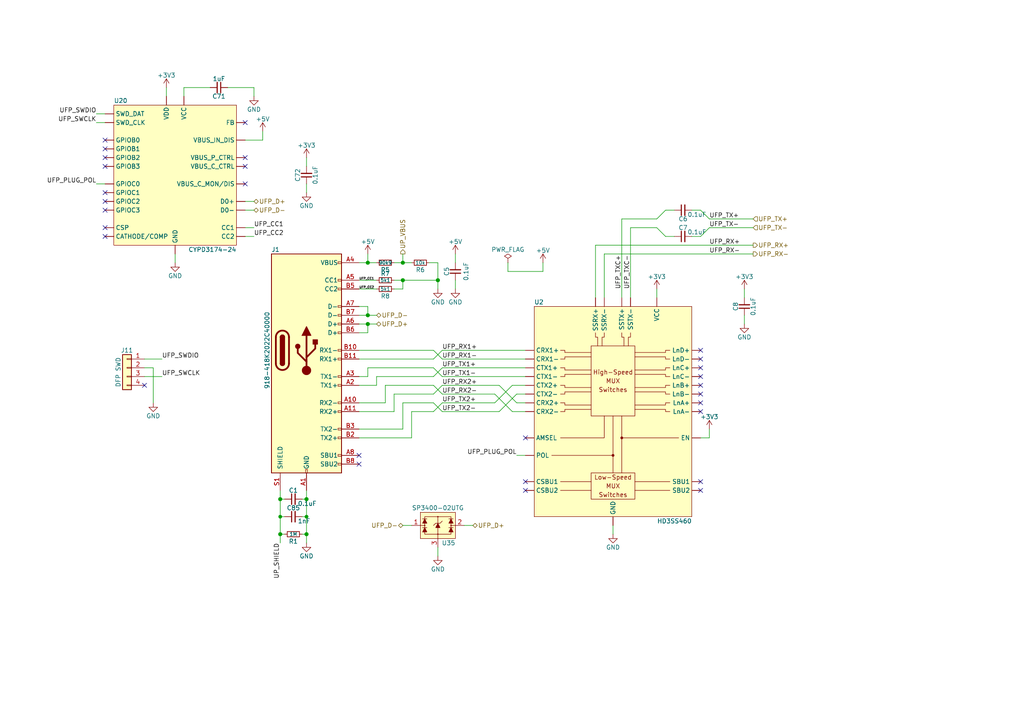
<source format=kicad_sch>
(kicad_sch (version 20211123) (generator eeschema)
  (paper "A4")
  (lib_symbols
    (symbol "Connector:USB_C_Receptacle" (pin_names (offset 1.016))
      (property "Reference" "J" (at -10.16 29.21 0))
      (property "Value" "USB_C_Receptacle" (at 10.16 29.21 0))
      (symbol "USB_C_Receptacle_0_0"
        (rectangle (start -0.254 -35.56) (end 0.254 -34.544))
        (rectangle (start 10.16 -32.766) (end 9.144 -33.274))
        (rectangle (start 10.16 -30.226) (end 9.144 -30.734))
        (rectangle (start 10.16 -25.146) (end 9.144 -25.654))
        (rectangle (start 10.16 -22.606) (end 9.144 -23.114))
        (rectangle (start 10.16 -17.526) (end 9.144 -18.034))
        (rectangle (start 10.16 -14.986) (end 9.144 -15.494))
        (rectangle (start 10.16 -9.906) (end 9.144 -10.414))
        (rectangle (start 10.16 -7.366) (end 9.144 -7.874))
        (rectangle (start 10.16 -2.286) (end 9.144 -2.794))
        (rectangle (start 10.16 0.254) (end 9.144 -0.254))
        (rectangle (start 10.16 5.334) (end 9.144 4.826))
        (rectangle (start 10.16 7.874) (end 9.144 7.366))
        (rectangle (start 10.16 10.414) (end 9.144 9.906))
        (rectangle (start 10.16 12.954) (end 9.144 12.446))
        (rectangle (start 10.16 18.034) (end 9.144 17.526))
        (rectangle (start 10.16 20.574) (end 9.144 20.066))
        (rectangle (start 10.16 25.654) (end 9.144 25.146))
      )
      (symbol "USB_C_Receptacle_0_1"
        (rectangle (start -10.16 27.94) (end 10.16 -35.56) (stroke (width 0.254)) (fill (type background)))
        (arc (start -8.89 -3.81) (mid -6.985 -5.715) (end -5.08 -3.81) (stroke (width 0.508)))
        (arc (start -7.62 -3.81) (mid -6.985 -4.445) (end -6.35 -3.81) (stroke (width 0.254)))
        (arc (start -7.62 -3.81) (mid -6.985 -4.445) (end -6.35 -3.81) (stroke (width 0.254)) (fill (type outline)))
        (rectangle (start -7.62 -3.81) (end -6.35 3.81) (stroke (width 0.254)) (fill (type outline)))
        (arc (start -6.35 3.81) (mid -6.985 4.445) (end -7.62 3.81) (stroke (width 0.254)))
        (arc (start -6.35 3.81) (mid -6.985 4.445) (end -7.62 3.81) (stroke (width 0.254)) (fill (type outline)))
        (arc (start -5.08 3.81) (mid -6.985 5.715) (end -8.89 3.81) (stroke (width 0.508)))
        (polyline (pts (xy -8.89 -3.81) (xy -8.89 3.81)) (stroke (width 0.508)))
        (polyline (pts (xy -5.08 3.81) (xy -5.08 -3.81)) (stroke (width 0.508)))
      )
      (symbol "USB_C_Receptacle_1_1"
        (circle (center -2.54 1.143) (radius 0.635) (stroke (width 0.254)) (fill (type outline)))
        (circle (center 0 -5.842) (radius 1.27) (fill (type outline)))
        (polyline (pts (xy 0 -5.842) (xy 0 4.318)) (stroke (width 0.508)))
        (polyline (pts (xy 0 -3.302) (xy -2.54 -0.762) (xy -2.54 0.508)) (stroke (width 0.508)))
        (polyline (pts (xy 0 -2.032) (xy 2.54 0.508) (xy 2.54 1.778)) (stroke (width 0.508)))
        (polyline (pts (xy -1.27 4.318) (xy 0 6.858) (xy 1.27 4.318) (xy -1.27 4.318)) (stroke (width 0.254)) (fill (type outline)))
        (rectangle (start 1.905 1.778) (end 3.175 3.048) (stroke (width 0.254)) (fill (type outline)))
        (pin passive line (at 0 -40.64 90) (length 5.08) (name "GND") (number "A1"))
        (pin bidirectional line (at 15.24 -15.24 180) (length 5.08) (name "RX2-") (number "A10"))
        (pin bidirectional line (at 15.24 -17.78 180) (length 5.08) (name "RX2+") (number "A11"))
        (pin passive line (at 0 -40.64 90) (length 5.08) hide (name "GND") (number "A12"))
        (pin bidirectional line (at 15.24 -10.16 180) (length 5.08) (name "TX1+") (number "A2"))
        (pin bidirectional line (at 15.24 -7.62 180) (length 5.08) (name "TX1-") (number "A3"))
        (pin passive line (at 15.24 25.4 180) (length 5.08) (name "VBUS") (number "A4"))
        (pin bidirectional line (at 15.24 20.32 180) (length 5.08) (name "CC1") (number "A5"))
        (pin bidirectional line (at 15.24 7.62 180) (length 5.08) (name "D+") (number "A6"))
        (pin bidirectional line (at 15.24 12.7 180) (length 5.08) (name "D-") (number "A7"))
        (pin bidirectional line (at 15.24 -30.48 180) (length 5.08) (name "SBU1") (number "A8"))
        (pin passive line (at 15.24 25.4 180) (length 5.08) hide (name "VBUS") (number "A9"))
        (pin passive line (at 0 -40.64 90) (length 5.08) hide (name "GND") (number "B1"))
        (pin bidirectional line (at 15.24 0 180) (length 5.08) (name "RX1-") (number "B10"))
        (pin bidirectional line (at 15.24 -2.54 180) (length 5.08) (name "RX1+") (number "B11"))
        (pin passive line (at 0 -40.64 90) (length 5.08) hide (name "GND") (number "B12"))
        (pin bidirectional line (at 15.24 -25.4 180) (length 5.08) (name "TX2+") (number "B2"))
        (pin bidirectional line (at 15.24 -22.86 180) (length 5.08) (name "TX2-") (number "B3"))
        (pin passive line (at 15.24 25.4 180) (length 5.08) hide (name "VBUS") (number "B4"))
        (pin bidirectional line (at 15.24 17.78 180) (length 5.08) (name "CC2") (number "B5"))
        (pin bidirectional line (at 15.24 5.08 180) (length 5.08) (name "D+") (number "B6"))
        (pin bidirectional line (at 15.24 10.16 180) (length 5.08) (name "D-") (number "B7"))
        (pin bidirectional line (at 15.24 -33.02 180) (length 5.08) (name "SBU2") (number "B8"))
        (pin passive line (at 15.24 25.4 180) (length 5.08) hide (name "VBUS") (number "B9"))
        (pin passive line (at -7.62 -40.64 90) (length 5.08) (name "SHIELD") (number "S1"))
      )
    )
    (symbol "Connector_Generic:Conn_01x04" (pin_names (offset 1.016) hide)
      (property "Reference" "J" (at 0 5.08 0))
      (property "Value" "Conn_01x04" (at 0 -7.62 0))
      (symbol "Conn_01x04_1_1"
        (rectangle (start -1.27 -4.953) (end 0 -5.207) (stroke (width 0.1524)))
        (rectangle (start -1.27 -2.413) (end 0 -2.667) (stroke (width 0.1524)))
        (rectangle (start -1.27 0.127) (end 0 -0.127) (stroke (width 0.1524)))
        (rectangle (start -1.27 2.667) (end 0 2.413) (stroke (width 0.1524)))
        (rectangle (start -1.27 3.81) (end 1.27 -6.35) (stroke (width 0.254)) (fill (type background)))
        (pin passive line (at -5.08 2.54 0) (length 3.81) (name "Pin_1") (number "1"))
        (pin passive line (at -5.08 0 0) (length 3.81) (name "Pin_2") (number "2"))
        (pin passive line (at -5.08 -2.54 0) (length 3.81) (name "Pin_3") (number "3"))
        (pin passive line (at -5.08 -5.08 0) (length 3.81) (name "Pin_4") (number "4"))
      )
    )
    (symbol "DX-MON:CYPD3174-24" (pin_numbers hide)
      (property "Reference" "U" (at -17.78 21.59 0))
      (property "Value" "CYPD3174-24" (at 17.78 -21.59 0))
      (symbol "CYPD3174-24_0_1"
        (rectangle (start -17.78 20.32) (end 17.78 -20.32) (stroke (width 0.1524)) (fill (type background)))
      )
      (symbol "CYPD3174-24_1_1"
        (pin bidirectional line (at -20.32 10.16 0) (length 2.54) (name "GPIOB0") (number "1"))
        (pin bidirectional line (at -20.32 -5.08 0) (length 2.54) (name "GPIOC1") (number "10"))
        (pin input line (at 20.32 -2.54 180) (length 2.54) (name "VBUS_C_MON/DIS") (number "11"))
        (pin bidirectional line (at -20.32 -7.62 0) (length 2.54) (name "GPIOC2") (number "12"))
        (pin bidirectional line (at -20.32 -10.16 0) (length 2.54) (name "GPIOC3") (number "13"))
        (pin bidirectional line (at 20.32 -17.78 180) (length 2.54) (name "CC2") (number "14"))
        (pin bidirectional line (at 20.32 -15.24 180) (length 2.54) (name "CC1") (number "15"))
        (pin power_in line (at 0 -22.86 90) (length 2.54) (name "GND") (number "15"))
        (pin bidirectional line (at 20.32 -10.16 180) (length 2.54) (name "GPIOD1") (number "16") (alternate "D0-" bidirectional line))
        (pin bidirectional line (at 20.32 -7.62 180) (length 2.54) (name "GPIOD0") (number "17") (alternate "D0+" bidirectional line))
        (pin input line (at 20.32 10.16 180) (length 2.54) (name "VBUS_IN_DIS") (number "18"))
        (pin input line (at -20.32 -15.24 0) (length 2.54) (name "CSP") (number "19"))
        (pin bidirectional line (at -20.32 7.62 0) (length 2.54) (name "GPIOB1") (number "2"))
        (pin output line (at 20.32 15.24 180) (length 2.54) (name "FB") (number "20"))
        (pin input line (at -20.32 -17.78 0) (length 2.54) (name "CATHODE/COMP") (number "21"))
        (pin power_in line (at 0 -22.86 90) (length 2.54) hide (name "GND") (number "22"))
        (pin power_in line (at -2.54 22.86 270) (length 2.54) (name "VDD") (number "23"))
        (pin power_out line (at 2.54 22.86 270) (length 2.54) (name "VCC") (number "24"))
        (pin passive line (at 0 -22.86 90) (length 2.54) hide (name "GND") (number "25"))
        (pin output line (at 20.32 5.08 180) (length 2.54) (name "VBUS_P_CTRL") (number "3"))
        (pin open_collector line (at 20.32 2.54 180) (length 2.54) (name "VBUS_C_CTRL") (number "4"))
        (pin bidirectional line (at -20.32 5.08 0) (length 2.54) (name "GPIOB2") (number "5"))
        (pin bidirectional line (at -20.32 2.54 0) (length 2.54) (name "GPIOB3") (number "6"))
        (pin bidirectional line (at -20.32 17.78 0) (length 2.54) (name "GPIOA0") (number "7") (alternate "SWD_DAT" bidirectional line))
        (pin bidirectional line (at -20.32 15.24 0) (length 2.54) (name "GPIOA1") (number "8") (alternate "SWD_CLK" input line))
        (pin bidirectional line (at -20.32 -2.54 0) (length 2.54) (name "GPIOC0") (number "9"))
      )
    )
    (symbol "DX-MON:HD3SS460" (pin_numbers hide)
      (property "Reference" "U" (at -22.86 31.75 0))
      (property "Value" "HD3SS460" (at 22.86 -31.75 0))
      (symbol "HD3SS460_0_0"
        (rectangle (start -22.86 30.48) (end 22.86 -30.48) (stroke (width 0.1524)) (fill (type background)))
        (rectangle (start -6.35 -17.78) (end 6.35 -25.4) (stroke (width 0.1524)))
        (rectangle (start -6.35 19.05) (end 6.35 -1.27) (stroke (width 0.1524)))
        (circle (center 0 -12.7) (radius 0.0001) (stroke (width 0.4)))
        (polyline (pts (xy -15.24 -22.86) (xy -6.35 -22.86)) (stroke (width 0.1524)))
        (polyline (pts (xy -15.24 -20.32) (xy -6.35 -20.32)) (stroke (width 0.1524)))
        (polyline (pts (xy 0 -12.7) (xy 0 -17.78)) (stroke (width 0.1524)))
        (polyline (pts (xy 2.54 -7.62) (xy 2.54 -17.78)) (stroke (width 0.1524)))
        (polyline (pts (xy 6.35 -20.32) (xy 16.51 -20.32)) (stroke (width 0.1524)))
        (polyline (pts (xy 16.51 -22.86) (xy 6.35 -22.86)) (stroke (width 0.1524)))
        (polyline (pts (xy -15.24 -7.62) (xy -2.54 -7.62) (xy -2.54 -1.27)) (stroke (width 0.1524)))
        (polyline (pts (xy 0 -1.27) (xy 0 -12.7) (xy -17.78 -12.7)) (stroke (width 0.1524)))
        (polyline (pts (xy 2.54 -1.27) (xy 2.54 -7.62) (xy 19.05 -7.62)) (stroke (width 0.1524)))
        (polyline (pts (xy -15.24 0) (xy -13.97 0) (xy -13.97 0.635) (xy -6.35 0.635)) (stroke (width 0.1524)))
        (polyline (pts (xy -15.24 2.54) (xy -13.97 2.54) (xy -13.97 1.905) (xy -6.35 1.905)) (stroke (width 0.1524)))
        (polyline (pts (xy -15.24 5.08) (xy -13.97 5.08) (xy -13.97 5.715) (xy -6.35 5.715)) (stroke (width 0.1524)))
        (polyline (pts (xy -15.24 7.62) (xy -13.97 7.62) (xy -13.97 6.985) (xy -6.35 6.985)) (stroke (width 0.1524)))
        (polyline (pts (xy -15.24 10.16) (xy -13.97 10.16) (xy -13.97 10.795) (xy -6.35 10.795)) (stroke (width 0.1524)))
        (polyline (pts (xy -15.24 12.7) (xy -13.97 12.7) (xy -13.97 12.065) (xy -6.35 12.065)) (stroke (width 0.1524)))
        (polyline (pts (xy -15.24 15.24) (xy -13.97 15.24) (xy -13.97 15.875) (xy -6.35 15.875)) (stroke (width 0.1524)))
        (polyline (pts (xy -15.24 17.78) (xy -13.97 17.78) (xy -13.97 17.145) (xy -6.35 17.145)) (stroke (width 0.1524)))
        (polyline (pts (xy -5.08 22.86) (xy -5.08 21.59) (xy -4.445 21.59) (xy -4.445 19.05)) (stroke (width 0.1524)))
        (polyline (pts (xy -2.54 22.86) (xy -2.54 21.59) (xy -3.175 21.59) (xy -3.175 19.05)) (stroke (width 0.1524)))
        (polyline (pts (xy 2.54 22.86) (xy 2.54 21.59) (xy 3.175 21.59) (xy 3.175 19.05)) (stroke (width 0.1524)))
        (polyline (pts (xy 5.08 22.86) (xy 5.08 21.59) (xy 4.445 21.59) (xy 4.445 19.05)) (stroke (width 0.1524)))
        (polyline (pts (xy 16.51 0) (xy 15.24 0) (xy 15.24 0.635) (xy 6.35 0.635)) (stroke (width 0.1524)))
        (polyline (pts (xy 16.51 2.54) (xy 15.24 2.54) (xy 15.24 1.905) (xy 6.35 1.905)) (stroke (width 0.1524)))
        (polyline (pts (xy 16.51 5.08) (xy 15.24 5.08) (xy 15.24 5.715) (xy 6.35 5.715)) (stroke (width 0.1524)))
        (polyline (pts (xy 16.51 7.62) (xy 15.24 7.62) (xy 15.24 6.985) (xy 6.35 6.985)) (stroke (width 0.1524)))
        (polyline (pts (xy 16.51 10.16) (xy 15.24 10.16) (xy 15.24 10.795) (xy 6.35 10.795)) (stroke (width 0.1524)))
        (polyline (pts (xy 16.51 12.7) (xy 15.24 12.7) (xy 15.24 12.065) (xy 6.35 12.065)) (stroke (width 0.1524)))
        (polyline (pts (xy 16.51 15.24) (xy 15.24 15.24) (xy 15.24 15.875) (xy 6.35 15.875)) (stroke (width 0.1524)))
        (polyline (pts (xy 16.51 17.78) (xy 15.24 17.78) (xy 15.24 17.145) (xy 6.35 17.145)) (stroke (width 0.1524)))
        (circle (center 2.54 -7.62) (radius 0.0001) (stroke (width 0.4)))
        (text "High-Speed" (at 0 11.43 0) (effects (font (size 1.27 1.27))))
        (text "Low-Speed" (at 0 -19.05 0) (effects (font (size 1.27 1.27))))
        (text "MUX" (at 0 -21.59 0) (effects (font (size 1.27 1.27))))
        (text "MUX" (at 0 8.89 0) (effects (font (size 1.27 1.27))))
        (text "Switches" (at 0 -24.13 0) (effects (font (size 1.27 1.27))))
        (text "Switches" (at 0 6.35 0) (effects (font (size 1.27 1.27))))
      )
      (symbol "HD3SS460_1_1"
        (pin input line (at -25.4 17.78 0) (length 2.54) (name "CRX1+") (number "1"))
        (pin output line (at -25.4 0 0) (length 2.54) (name "CRX2-") (number "10"))
        (pin bidirectional line (at -25.4 -20.32 0) (length 2.54) (name "CSBU1") (number "11"))
        (pin bidirectional line (at -25.4 -22.86 0) (length 2.54) (name "CSBU2") (number "12"))
        (pin bidirectional line (at 25.4 -20.32 180) (length 2.54) (name "SBU1") (number "13"))
        (pin bidirectional line (at 25.4 -22.86 180) (length 2.54) (name "SBU2") (number "14"))
        (pin passive line (at 25.4 0 180) (length 2.54) (name "LnA-") (number "15"))
        (pin passive line (at 25.4 2.54 180) (length 2.54) (name "LnA+") (number "16"))
        (pin input line (at 25.4 -7.62 180) (length 2.54) (name "EN") (number "17"))
        (pin passive line (at 25.4 5.08 180) (length 2.54) (name "LnB-") (number "18"))
        (pin passive line (at 25.4 7.62 180) (length 2.54) (name "LnB+") (number "19"))
        (pin input line (at -25.4 15.24 0) (length 2.54) (name "CRX1-") (number "2"))
        (pin passive line (at 25.4 10.16 180) (length 2.54) (name "LnC-") (number "20"))
        (pin passive line (at 25.4 12.7 180) (length 2.54) (name "LnC+") (number "21"))
        (pin power_in line (at 12.7 33.02 270) (length 2.54) (name "VCC") (number "22"))
        (pin passive line (at 25.4 15.24 180) (length 2.54) (name "LnD-") (number "23"))
        (pin passive line (at 25.4 17.78 180) (length 2.54) (name "LnD+") (number "24"))
        (pin input line (at 5.08 33.02 270) (length 2.54) (name "SSTX-") (number "25"))
        (pin input line (at 2.54 33.02 270) (length 2.54) (name "SSTX+") (number "26"))
        (pin output line (at -2.54 33.02 270) (length 2.54) (name "SSRX-") (number "27"))
        (pin output line (at -5.08 33.02 270) (length 2.54) (name "SSRX+") (number "28"))
        (pin power_in line (at 0 -33.02 90) (length 2.54) (name "GND") (number "29"))
        (pin input line (at -25.4 -12.7 0) (length 2.54) (name "POL") (number "3"))
        (pin output line (at -25.4 12.7 0) (length 2.54) (name "CTX1+") (number "4"))
        (pin output line (at -25.4 10.16 0) (length 2.54) (name "CTX1-") (number "5"))
        (pin output line (at -25.4 7.62 0) (length 2.54) (name "CTX2+") (number "6"))
        (pin output line (at -25.4 5.08 0) (length 2.54) (name "CTX2-") (number "7"))
        (pin input line (at -25.4 -7.62 0) (length 2.54) (name "AMSEL") (number "8"))
        (pin output line (at -25.4 2.54 0) (length 2.54) (name "CRX2+") (number "9"))
      )
    )
    (symbol "DX-MON:SP3400-02UTG" (pin_names hide)
      (property "Reference" "U" (at 5.08 -5.08 0))
      (property "Value" "SP3400-02UTG" (at 0 5.08 0))
      (symbol "SP3400-02UTG_0_1"
        (rectangle (start -5.08 3.81) (end 5.08 -3.81) (stroke (width 0.1524)) (fill (type background)))
        (circle (center -3.81 0) (radius 0.127) (stroke (width 0.1524)))
        (circle (center 0 -2.54) (radius 0.127) (stroke (width 0.1524)))
        (polyline (pts (xy -4.445 -0.635) (xy -3.175 -0.635)) (stroke (width 0.1524)))
        (polyline (pts (xy -4.445 1.905) (xy -3.175 1.905)) (stroke (width 0.1524)))
        (polyline (pts (xy -3.81 0) (xy -5.08 0)) (stroke (width 0.1524)))
        (polyline (pts (xy -3.81 0.635) (xy -3.81 -0.635)) (stroke (width 0.1524)))
        (polyline (pts (xy 0 -2.54) (xy 0 -3.81)) (stroke (width 0.1524)))
        (polyline (pts (xy 0 -2.54) (xy 0 -0.635)) (stroke (width 0.1524)))
        (polyline (pts (xy 0 2.54) (xy 0 0.635)) (stroke (width 0.1524)))
        (polyline (pts (xy 3.175 -0.635) (xy 4.445 -0.635)) (stroke (width 0.1524)))
        (polyline (pts (xy 3.175 1.905) (xy 4.445 1.905)) (stroke (width 0.1524)))
        (polyline (pts (xy 3.81 0.635) (xy 3.81 -0.635)) (stroke (width 0.1524)))
        (polyline (pts (xy 5.08 0) (xy 3.81 0)) (stroke (width 0.1524)))
        (polyline (pts (xy -3.81 -0.635) (xy -4.445 -1.905) (xy -3.175 -1.905) (xy -3.81 -0.635)) (stroke (width 0.1524)) (fill (type outline)))
        (polyline (pts (xy -3.81 1.905) (xy -4.445 0.635) (xy -3.175 0.635) (xy -3.81 1.905)) (stroke (width 0.1524)) (fill (type outline)))
        (polyline (pts (xy -3.81 1.905) (xy -3.81 2.54) (xy 3.81 2.54) (xy 3.81 1.905)) (stroke (width 0.1524)))
        (polyline (pts (xy -1.27 0) (xy -0.635 0.635) (xy 0.635 0.635) (xy 1.27 1.27)) (stroke (width 0.1524)))
        (polyline (pts (xy 0 0.635) (xy -0.635 -0.635) (xy 0.635 -0.635) (xy 0 0.635)) (stroke (width 0.1524)) (fill (type outline)))
        (polyline (pts (xy 3.81 -1.905) (xy 3.81 -2.54) (xy -3.81 -2.54) (xy -3.81 -1.905)) (stroke (width 0.1524)))
        (polyline (pts (xy 3.81 -0.635) (xy 3.175 -1.905) (xy 4.445 -1.905) (xy 3.81 -0.635)) (stroke (width 0.1524)) (fill (type outline)))
        (polyline (pts (xy 3.81 1.905) (xy 3.175 0.635) (xy 4.445 0.635) (xy 3.81 1.905)) (stroke (width 0.1524)) (fill (type outline)))
        (circle (center 0 2.54) (radius 0.127) (stroke (width 0.1524)))
        (circle (center 3.81 0) (radius 0.127) (stroke (width 0.1524)))
      )
      (symbol "SP3400-02UTG_1_1"
        (pin passive line (at -7.62 0 0) (length 2.54) (name "IO1") (number "1"))
        (pin passive line (at 7.62 0 180) (length 2.54) (name "IO2") (number "2"))
        (pin passive line (at 0 -6.35 90) (length 2.54) (name "GND") (number "3"))
        (pin passive line (at 0 -6.35 90) (length 2.54) hide (name "GND") (number "4"))
        (pin passive line (at 7.62 0 180) (length 2.54) hide (name "NC") (number "5"))
        (pin passive line (at -7.62 0 0) (length 2.54) hide (name "NC") (number "6"))
      )
    )
    (symbol "Device:C_Small" (pin_numbers hide) (pin_names (offset 0.254) hide)
      (property "Reference" "C" (at 0.254 1.778 0))
      (property "Value" "C_Small" (at 0.254 -2.032 0))
      (symbol "C_Small_0_1"
        (polyline (pts (xy -1.524 -0.508) (xy 1.524 -0.508)) (stroke (width 0.3302)))
        (polyline (pts (xy -1.524 0.508) (xy 1.524 0.508)) (stroke (width 0.3048)))
      )
      (symbol "C_Small_1_1"
        (pin passive line (at 0 2.54 270) (length 2.032) (name "~") (number "1"))
        (pin passive line (at 0 -2.54 90) (length 2.032) (name "~") (number "2"))
      )
    )
    (symbol "Device:R_Small" (pin_numbers hide) (pin_names (offset 0.254) hide)
      (property "Reference" "R" (at 0.762 0.508 0))
      (property "Value" "R_Small" (at 0.762 -1.016 0))
      (symbol "R_Small_0_1"
        (rectangle (start -0.762 1.778) (end 0.762 -1.778) (stroke (width 0.2032)))
      )
      (symbol "R_Small_1_1"
        (pin passive line (at 0 2.54 270) (length 0.762) (name "~") (number "1"))
        (pin passive line (at 0 -2.54 90) (length 0.762) (name "~") (number "2"))
      )
    )
    (symbol "power:+3.3V" (power) (pin_names (offset 0))
      (property "Value" "+3.3V" (at 0 3.556 0))
      (symbol "+3.3V_0_1"
        (polyline (pts (xy -0.762 1.27) (xy 0 2.54)))
        (polyline (pts (xy 0 0) (xy 0 2.54)))
        (polyline (pts (xy 0 2.54) (xy 0.762 1.27)))
      )
      (symbol "+3.3V_1_1"
        (pin power_in line (at 0 0 90) (length 0) hide (name "+3V3") (number "1"))
      )
    )
    (symbol "power:+5V" (power) (pin_names (offset 0))
      (property "Value" "+5V" (at 0 3.556 0))
      (symbol "+5V_0_1"
        (polyline (pts (xy -0.762 1.27) (xy 0 2.54)))
        (polyline (pts (xy 0 0) (xy 0 2.54)))
        (polyline (pts (xy 0 2.54) (xy 0.762 1.27)))
      )
      (symbol "+5V_1_1"
        (pin power_in line (at 0 0 90) (length 0) hide (name "+5V") (number "1"))
      )
    )
    (symbol "power:GND" (power) (pin_names (offset 0))
      (property "Value" "GND" (at 0 -3.81 0))
      (symbol "GND_0_1"
        (polyline (pts (xy 0 0) (xy 0 -1.27) (xy 1.27 -1.27) (xy 0 -2.54) (xy -1.27 -1.27) (xy 0 -1.27)))
      )
      (symbol "GND_1_1"
        (pin power_in line (at 0 0 270) (length 0) hide (name "GND") (number "1"))
      )
    )
    (symbol "power:PWR_FLAG" (power) (pin_numbers hide) (pin_names (offset 0) hide)
      (property "Value" "PWR_FLAG" (at 0 3.81 0))
      (symbol "PWR_FLAG_0_0"
        (pin power_out line (at 0 0 90) (length 0) (name "pwr") (number "1"))
      )
      (symbol "PWR_FLAG_0_1"
        (polyline (pts (xy 0 0) (xy 0 1.27) (xy -1.016 1.905) (xy 0 2.54) (xy 1.016 1.905) (xy 0 1.27)))
      )
    )
  )
  (junction (at 81.28 154.94) (diameter 1.016))
  (junction (at 81.28 149.86))
  (junction (at 81.28 144.78) (diameter 1.016))
  (junction (at 127 81.28) (diameter 1.016))
  (junction (at 88.9 154.94) (diameter 1.016))
  (junction (at 116.84 81.28) (diameter 1.016))
  (junction (at 106.68 76.2) (diameter 1.016))
  (junction (at 88.9 144.78) (diameter 1.016))
  (junction (at 116.84 76.2) (diameter 1.016))
  (junction (at 88.9 149.86))
  (junction (at 106.68 91.44) (diameter 1.016))
  (junction (at 106.68 93.98) (diameter 1.016))
  (no_connect (at 203.2 111.76))
  (no_connect (at 203.2 109.22))
  (no_connect (at 71.12 48.26))
  (no_connect (at 203.2 114.3))
  (no_connect (at 71.12 53.34))
  (no_connect (at 30.48 48.26))
  (no_connect (at 203.2 142.24))
  (no_connect (at 152.4 142.24))
  (no_connect (at 41.91 111.76))
  (no_connect (at 152.4 127))
  (no_connect (at 71.12 45.72))
  (no_connect (at 71.12 35.56))
  (no_connect (at 203.2 106.68))
  (no_connect (at 30.48 60.96))
  (no_connect (at 203.2 116.84))
  (no_connect (at 30.48 58.42))
  (no_connect (at 203.2 101.6))
  (no_connect (at 30.48 55.88))
  (no_connect (at 30.48 43.18))
  (no_connect (at 30.48 45.72))
  (no_connect (at 203.2 104.14))
  (no_connect (at 104.14 132.08))
  (no_connect (at 104.14 134.62))
  (no_connect (at 203.2 139.7))
  (no_connect (at 152.4 139.7))
  (no_connect (at 203.2 119.38))
  (no_connect (at 30.48 68.58))
  (no_connect (at 30.48 40.64))
  (no_connect (at 30.48 66.04))
  (wire (pts (xy 116.84 152.4) (xy 119.38 152.4)))
  (wire (pts (xy 41.91 109.22) (xy 46.99 109.22)))
  (wire (pts (xy 41.91 104.14) (xy 46.99 104.14)))
  (wire (pts (xy 87.63 144.78) (xy 88.9 144.78)))
  (wire (pts (xy 88.9 144.78) (xy 88.9 142.24)))
  (wire (pts (xy 88.9 55.88) (xy 88.9 53.34)))
  (wire (pts (xy 71.12 40.64) (xy 76.2 40.64)))
  (wire (pts (xy 76.2 38.1) (xy 76.2 40.64)))
  (wire (pts (xy 177.8 152.4) (xy 177.8 154.94)))
  (wire (pts (xy 104.14 101.6) (xy 125.73 101.6)))
  (wire (pts (xy 125.73 101.6) (xy 128.27 104.14)))
  (wire (pts (xy 128.27 104.14) (xy 152.4 104.14)))
  (wire (pts (xy 149.86 132.08) (xy 152.4 132.08)))
  (wire (pts (xy 127 81.28) (xy 116.84 81.28)))
  (wire (pts (xy 48.26 25.4) (xy 48.26 27.94)))
  (wire (pts (xy 87.63 154.94) (xy 88.9 154.94)))
  (wire (pts (xy 88.9 144.78) (xy 88.9 149.86)))
  (wire (pts (xy 88.9 149.86) (xy 88.9 154.94)))
  (wire (pts (xy 116.84 73.66) (xy 116.84 76.2)))
  (wire (pts (xy 114.3 83.82) (xy 116.84 83.82)))
  (wire (pts (xy 104.14 93.98) (xy 106.68 93.98)))
  (wire (pts (xy 106.68 93.98) (xy 106.68 96.52)))
  (wire (pts (xy 106.68 96.52) (xy 104.14 96.52)))
  (wire (pts (xy 44.45 106.68) (xy 41.91 106.68)))
  (wire (pts (xy 128.27 114.3) (xy 143.51 114.3)))
  (wire (pts (xy 148.59 119.38) (xy 143.51 114.3)))
  (wire (pts (xy 152.4 119.38) (xy 148.59 119.38)))
  (wire (pts (xy 190.5 83.82) (xy 190.5 86.36)))
  (wire (pts (xy 106.68 76.2) (xy 109.22 76.2)))
  (wire (pts (xy 200.66 60.96) (xy 203.2 60.96)))
  (wire (pts (xy 203.2 60.96) (xy 205.74 63.5)))
  (wire (pts (xy 205.74 63.5) (xy 218.44 63.5)))
  (wire (pts (xy 27.94 35.56) (xy 30.48 35.56)))
  (wire (pts (xy 73.66 60.96) (xy 71.12 60.96)))
  (wire (pts (xy 88.9 157.48) (xy 88.9 154.94)))
  (wire (pts (xy 44.45 106.68) (xy 44.45 116.84)))
  (wire (pts (xy 73.66 58.42) (xy 71.12 58.42)))
  (wire (pts (xy 128.27 119.38) (xy 144.78 119.38)))
  (wire (pts (xy 149.86 114.3) (xy 144.78 119.38)))
  (wire (pts (xy 152.4 114.3) (xy 149.86 114.3)))
  (wire (pts (xy 114.3 114.3) (xy 114.3 119.38)))
  (wire (pts (xy 114.3 119.38) (xy 104.14 119.38)))
  (wire (pts (xy 114.3 114.3) (xy 125.73 114.3)))
  (wire (pts (xy 128.27 111.76) (xy 125.73 114.3)))
  (wire (pts (xy 180.34 63.5) (xy 180.34 86.36)))
  (wire (pts (xy 71.12 66.04) (xy 73.66 66.04)))
  (wire (pts (xy 125.73 106.68) (xy 106.68 106.68)))
  (wire (pts (xy 128.27 109.22) (xy 125.73 106.68)))
  (wire (pts (xy 152.4 109.22) (xy 128.27 109.22)))
  (wire (pts (xy 82.55 144.78) (xy 81.28 144.78)))
  (wire (pts (xy 109.22 109.22) (xy 125.73 109.22)))
  (wire (pts (xy 125.73 109.22) (xy 128.27 106.68)))
  (wire (pts (xy 128.27 106.68) (xy 152.4 106.68)))
  (wire (pts (xy 109.22 109.22) (xy 109.22 111.76)))
  (wire (pts (xy 109.22 111.76) (xy 104.14 111.76)))
  (wire (pts (xy 132.08 81.28) (xy 132.08 83.82)))
  (wire (pts (xy 128.27 111.76) (xy 144.78 111.76)))
  (wire (pts (xy 149.86 116.84) (xy 144.78 111.76)))
  (wire (pts (xy 152.4 116.84) (xy 149.86 116.84)))
  (wire (pts (xy 127 161.29) (xy 127 158.75)))
  (wire (pts (xy 203.2 127) (xy 205.74 127)))
  (wire (pts (xy 205.74 127) (xy 205.74 124.46)))
  (wire (pts (xy 50.8 73.66) (xy 50.8 76.2)))
  (wire (pts (xy 104.14 76.2) (xy 106.68 76.2)))
  (wire (pts (xy 106.68 91.44) (xy 109.22 91.44)))
  (wire (pts (xy 125.73 104.14) (xy 104.14 104.14)))
  (wire (pts (xy 128.27 101.6) (xy 125.73 104.14)))
  (wire (pts (xy 152.4 101.6) (xy 128.27 101.6)))
  (wire (pts (xy 127 76.2) (xy 124.46 76.2)))
  (wire (pts (xy 127 76.2) (xy 127 81.28)))
  (wire (pts (xy 127 81.28) (xy 127 83.82)))
  (wire (pts (xy 106.68 93.98) (xy 109.22 93.98)))
  (wire (pts (xy 88.9 48.26) (xy 88.9 45.72)))
  (wire (pts (xy 73.66 68.58) (xy 71.12 68.58)))
  (wire (pts (xy 27.94 53.34) (xy 30.48 53.34)))
  (wire (pts (xy 81.28 144.78) (xy 81.28 142.24)))
  (wire (pts (xy 81.28 144.78) (xy 81.28 149.86)))
  (wire (pts (xy 81.28 149.86) (xy 81.28 154.94)))
  (wire (pts (xy 82.55 154.94) (xy 81.28 154.94)))
  (wire (pts (xy 116.84 81.28) (xy 114.3 81.28)))
  (wire (pts (xy 116.84 83.82) (xy 116.84 81.28)))
  (wire (pts (xy 119.38 119.38) (xy 119.38 127)))
  (wire (pts (xy 119.38 127) (xy 104.14 127)))
  (wire (pts (xy 125.73 119.38) (xy 119.38 119.38)))
  (wire (pts (xy 128.27 116.84) (xy 125.73 119.38)))
  (wire (pts (xy 119.38 76.2) (xy 116.84 76.2)))
  (wire (pts (xy 109.22 83.82) (xy 104.14 83.82)))
  (wire (pts (xy 104.14 81.28) (xy 109.22 81.28)))
  (wire (pts (xy 215.9 93.98) (xy 215.9 91.44)))
  (wire (pts (xy 143.51 116.84) (xy 148.59 111.76)))
  (wire (pts (xy 152.4 111.76) (xy 148.59 111.76)))
  (wire (pts (xy 82.55 149.86) (xy 81.28 149.86)))
  (wire (pts (xy 190.5 63.5) (xy 180.34 63.5)))
  (wire (pts (xy 193.04 60.96) (xy 190.5 63.5)))
  (wire (pts (xy 195.58 60.96) (xy 193.04 60.96)))
  (wire (pts (xy 104.14 116.84) (xy 111.76 116.84)))
  (wire (pts (xy 111.76 111.76) (xy 125.73 111.76)))
  (wire (pts (xy 111.76 116.84) (xy 111.76 111.76)))
  (wire (pts (xy 125.73 111.76) (xy 128.27 114.3)))
  (wire (pts (xy 128.27 116.84) (xy 143.51 116.84)))
  (wire (pts (xy 104.14 91.44) (xy 106.68 91.44)))
  (wire (pts (xy 106.68 88.9) (xy 104.14 88.9)))
  (wire (pts (xy 106.68 91.44) (xy 106.68 88.9)))
  (wire (pts (xy 104.14 109.22) (xy 106.68 109.22)))
  (wire (pts (xy 106.68 109.22) (xy 106.68 106.68)))
  (wire (pts (xy 53.34 27.94) (xy 53.34 25.4)))
  (wire (pts (xy 175.26 73.66) (xy 175.26 86.36)))
  (wire (pts (xy 218.44 73.66) (xy 175.26 73.66)))
  (wire (pts (xy 53.34 25.4) (xy 60.96 25.4)))
  (wire (pts (xy 137.16 152.4) (xy 134.62 152.4)))
  (wire (pts (xy 81.28 154.94) (xy 81.28 157.48)))
  (wire (pts (xy 104.14 124.46) (xy 116.84 124.46)))
  (wire (pts (xy 116.84 116.84) (xy 125.73 116.84)))
  (wire (pts (xy 116.84 124.46) (xy 116.84 116.84)))
  (wire (pts (xy 125.73 116.84) (xy 128.27 119.38)))
  (wire (pts (xy 114.3 76.2) (xy 116.84 76.2)))
  (wire (pts (xy 172.72 71.12) (xy 172.72 86.36)))
  (wire (pts (xy 218.44 71.12) (xy 172.72 71.12)))
  (wire (pts (xy 66.04 25.4) (xy 73.66 25.4)))
  (wire (pts (xy 27.94 33.02) (xy 30.48 33.02)))
  (wire (pts (xy 132.08 73.66) (xy 132.08 76.2)))
  (wire (pts (xy 147.32 78.74) (xy 147.32 76.2)))
  (wire (pts (xy 157.48 76.2) (xy 157.48 78.74)))
  (wire (pts (xy 157.48 78.74) (xy 147.32 78.74)))
  (wire (pts (xy 73.66 25.4) (xy 73.66 27.94)))
  (wire (pts (xy 182.88 66.04) (xy 182.88 86.36)))
  (wire (pts (xy 200.66 68.58) (xy 203.2 68.58)))
  (wire (pts (xy 203.2 68.58) (xy 205.74 66.04)))
  (wire (pts (xy 205.74 66.04) (xy 218.44 66.04)))
  (wire (pts (xy 182.88 66.04) (xy 190.5 66.04)))
  (wire (pts (xy 190.5 66.04) (xy 193.04 68.58)))
  (wire (pts (xy 193.04 68.58) (xy 195.58 68.58)))
  (wire (pts (xy 87.63 149.86) (xy 88.9 149.86)))
  (wire (pts (xy 106.68 76.2) (xy 106.68 73.66)))
  (wire (pts (xy 215.9 86.36) (xy 215.9 83.82)))
  (label "UFP_RX+" (at 205.74 71.12 0))
  (label "UFP_TXC+" (at 180.34 83.82 90))
  (label "UFP_SWCLK" (at 46.99 109.22 0))
  (label "UFP_TX+" (at 205.74 63.5 0))
  (label "UFP_CC1" (at 104.14 81.28 0) (effects (font (size 0.635 0.635))))
  (label "UFP_RX1-" (at 128.27 104.14 0))
  (label "UP_SHIELD" (at 81.28 157.48 270))
  (label "UFP_SWDIO" (at 27.94 33.02 180))
  (label "UFP_RX2-" (at 128.27 114.3 0))
  (label "UFP_CC2" (at 104.14 83.82 0) (effects (font (size 0.635 0.635))))
  (label "UFP_TX2-" (at 128.27 119.38 0))
  (label "UFP_SWDIO" (at 46.99 104.14 0))
  (label "UFP_SWCLK" (at 27.94 35.56 180))
  (label "UFP_RX2+" (at 128.27 111.76 0))
  (label "UFP_TX-" (at 205.74 66.04 0))
  (label "UFP_PLUG_POL" (at 149.86 132.08 180))
  (label "UFP_TX1-" (at 128.27 109.22 0))
  (label "UFP_RX1+" (at 128.27 101.6 0))
  (label "UFP_CC2" (at 73.66 68.58 0))
  (label "UFP_TXC-" (at 182.88 83.82 90))
  (label "UFP_TX2+" (at 128.27 116.84 0))
  (label "UFP_RX-" (at 205.74 73.66 0))
  (label "UFP_PLUG_POL" (at 27.94 53.34 180))
  (label "UFP_TX1+" (at 128.27 106.68 0))
  (label "UFP_CC1" (at 73.66 66.04 0))
  (hierarchical_label "UFP_D+" (shape bidirectional) (at 109.22 93.98 0))
  (hierarchical_label "UFP_RX+" (shape output) (at 218.44 71.12 0))
  (hierarchical_label "UFP_D-" (shape bidirectional) (at 73.66 60.96 0))
  (hierarchical_label "UFP_D+" (shape bidirectional) (at 73.66 58.42 0))
  (hierarchical_label "UP_VBUS" (shape output) (at 116.84 73.66 90))
  (hierarchical_label "UFP_RX-" (shape output) (at 218.44 73.66 0))
  (hierarchical_label "UFP_D+" (shape bidirectional) (at 137.16 152.4 0))
  (hierarchical_label "UFP_D-" (shape bidirectional) (at 109.22 91.44 0))
  (hierarchical_label "UFP_TX+" (shape input) (at 218.44 63.5 0))
  (hierarchical_label "UFP_TX-" (shape input) (at 218.44 66.04 0))
  (hierarchical_label "UFP_D-" (shape bidirectional) (at 116.84 152.4 180))
  (symbol (lib_id "DX-MON:CYPD3174-24") (at 50.8 50.8 0) (unit 1)
    (property "Reference" "U20" (at 33.02 29.21 0) (effects (justify left)))
    (property "Value" "CYPD3174-24" (at 68.58 72.39 0) (effects (justify right)))
    (property "Footprint" "rhais_package-qfn:QFN-24-1EP_4x4mm_P0.5mm_EP2.6x2.6mm" (effects hide))
    (property "Datasheet" "https://www.infineon.com/dgdl/Infineon-EZ-PD(TM)_CCG3PA_Datasheet_USB_Type-C_Port_Controller-DataSheet-v08_00-EN.pdf?fileId=8ac78c8c7d0d8da4017d0ee438366ac0" (effects hide))
    (property "MFR" "  (property \"Reference\" \"U\" (id 0) (at -17.78 21.59 0)" (effects hide))
    (property "MPN" "    (effects (font (size 1.27 1.27)) (justify left))" (effects hide))
    (property "OC_FARNELL" "  )" (effects hide))
    (property "URL_FARNELL" "  (property \"Value\" \"CYPD3174-24\" (id 1) (at 17.78 -21.59 0)" (effects hide))
    (pin "16" (alternate "D0-"))
    (pin "17" (alternate "D0+"))
    (pin "7" (alternate "SWD_DAT"))
    (pin "8" (alternate "SWD_CLK"))
  )
  (symbol (lib_id "Device:R_Small") (at 121.92 76.2 90) (unit 1)
    (property "Reference" "R6" (at 121.92 78.994 90) (effects (justify top)))
    (property "Value" "10k" (at 121.92 76.2 90) (effects (font (size 1.016 1.016))))
    (property "Footprint" "rhais_rcl:R0402" (effects hide))
    (property "Datasheet" "https://datasheet.lcsc.com/lcsc/1809301715_YAGEO-RC0402FR-0710KL_C60490.pdf" (effects hide))
    (property "MFR" "Yageo" (effects hide))
    (property "MPN" "RC0402FR-0710KL" (effects hide))
    (property "OC_LCSC" "C60490" (effects hide))
    (property "URL_LCSC" "https://lcsc.com/product-detail/Chip-Resistor-Surface-Mount_YAGEO-RC0402FR-0710KL_C60490.html" (effects hide))
  )
  (symbol (lib_id "Device:R_Small") (at 85.09 154.94 90) (unit 1)
    (property "Reference" "R1" (at 85.09 157.734 90) (effects (justify top)))
    (property "Value" "1M" (at 85.09 154.94 90) (effects (font (size 1.016 1.016))))
    (property "Footprint" "rhais_rcl:R0402" (effects hide))
    (property "Datasheet" "https://www.farnell.com/datasheets/2860681.pdf" (effects hide))
    (property "MFR" "Multicomp Pro" (effects hide))
    (property "MPN" "MCWR04X1004FTL" (effects hide))
    (property "OC_FARNELL" "2447127" (effects hide))
    (property "URL_FARNELL" "https://uk.farnell.com/multicomp/mcwr04x1004ftl/res-1m-1-0-0625w-0402-thick-film/dp/2447127" (effects hide))
  )
  (symbol (lib_id "power:+3.3V") (at 190.5 83.82 0) (unit 1)
    (property "Reference" "#PWR0101" (effects hide))
    (property "Value" "+3.3V" (at 190.5 80.264 0))
  )
  (symbol (lib_id "Connector:USB_C_Receptacle") (at 88.9 101.6 0) (unit 1)
    (property "Reference" "J1" (at 78.74 72.39 0) (effects (justify left)))
    (property "Value" "918-418K2022C40000" (at 77.47 101.6 90))
    (property "Footprint" "rhais_usb:USB-3.1-Type-C_In-PCB" (effects hide))
    (property "Datasheet" "https://datasheet.lcsc.com/lcsc/2103051833_Jing-Extension-of-the-Electronic-Co.-918-418K2022C40000_C168700.pdf" (effects hide))
    (property "MFR" "Jing ext of Electronic Co." (effects hide))
    (property "MPN" "918-418K2022C40000" (effects hide))
    (property "OC_LCSC" "C168700" (effects hide))
    (property "URL_LCSC" "https://lcsc.com/product-detail/USB-Connectors_Jing-Extension-of-the-Electronic-Co-918-418K2022C40000_C168700.html" (effects hide))
  )
  (symbol (lib_id "Device:C_Small") (at 132.08 78.74 180) (unit 1)
    (property "Reference" "C5" (at 129.54 78.74 90))
    (property "Value" "0.1uF" (at 135.89 78.74 90) (effects (justify top)))
    (property "Footprint" "rhais_rcl:C0402" (effects hide))
    (property "Datasheet" "https://www.yageo.com/upload/media/product/productsearch/datasheet/rchip/PYu-RC_Group_51_RoHS_L_11.pdf" (effects hide))
    (property "MFR" "Yageo" (effects hide))
    (property "MPN" "RC0402FR-0710KL" (effects hide))
    (property "OC_LCSC" "C60490" (effects hide))
    (property "URL_LCSC" "https://www.lcsc.com/product-detail/Chip-Resistor-Surface-Mount_YAGEO-RC0402FR-0710KL_C60490.html" (effects hide))
  )
  (symbol (lib_id "Device:C_Small") (at 85.09 149.86 90) (unit 1)
    (property "Reference" "C85" (at 85.09 147.32 90))
    (property "Value" "1nF" (at 86.36 151.13 90) (effects (justify right)))
    (property "Footprint" "rhais_rcl:C0402" (effects hide))
    (property "Datasheet" "http://www.passivecomponent.com/wp-content/uploads/datasheet/WTC_MLCC_General_Purpose.pdf" (effects hide))
    (property "MFR" "Walsin" (effects hide))
    (property "MPN" "0402B102K500CT" (effects hide))
    (property "OC_FARNELL" "2496767" (effects hide))
    (property "URL_FARNELL" "https://uk.farnell.com/walsin/0402b102k500ct/cap-1000pf-50v-10-x7r-0402/dp/2496767" (effects hide))
  )
  (symbol (lib_id "power:+3.3V") (at 215.9 83.82 0) (unit 1)
    (property "Reference" "#PWR013" (effects hide))
    (property "Value" "+3.3V" (at 215.9 80.264 0))
  )
  (symbol (lib_id "power:+5V") (at 132.08 73.66 0) (unit 1)
    (property "Reference" "#PWR0106" (effects hide))
    (property "Value" "+5V" (at 132.08 70.104 0))
  )
  (symbol (lib_id "power:GND") (at 44.45 116.84 0) (unit 1)
    (property "Reference" "#PWR095" (effects hide))
    (property "Value" "GND" (at 44.45 120.65 0))
  )
  (symbol (lib_id "power:+3.3V") (at 88.9 45.72 0) (unit 1)
    (property "Reference" "#PWR0121" (effects hide))
    (property "Value" "+3.3V" (at 88.9 42.164 0))
  )
  (symbol (lib_id "power:GND") (at 215.9 93.98 0) (unit 1)
    (property "Reference" "#PWR014" (effects hide))
    (property "Value" "GND" (at 215.9 97.79 0))
  )
  (symbol (lib_id "Device:C_Small") (at 215.9 88.9 180) (unit 1)
    (property "Reference" "C8" (at 213.36 88.9 90))
    (property "Value" "0.1uF" (at 218.44 88.9 90))
    (property "Footprint" "rhais_rcl:C0402" (effects hide))
    (property "Datasheet" "https://www.yageo.com/upload/media/product/productsearch/datasheet/rchip/PYu-RC_Group_51_RoHS_L_11.pdf" (effects hide))
    (property "MFR" "Yageo" (effects hide))
    (property "MPN" "RC0402FR-0710KL" (effects hide))
    (property "OC_LCSC" "C60490" (effects hide))
    (property "URL_LCSC" "https://www.lcsc.com/product-detail/Chip-Resistor-Surface-Mount_YAGEO-RC0402FR-0710KL_C60490.html" (effects hide))
  )
  (symbol (lib_id "power:+3.3V") (at 48.26 25.4 0) (unit 1)
    (property "Reference" "#PWR097" (effects hide))
    (property "Value" "+3.3V" (at 48.26 21.844 0))
  )
  (symbol (lib_id "power:+5V") (at 106.68 73.66 0) (unit 1)
    (property "Reference" "#PWR0105" (effects hide))
    (property "Value" "+5V" (at 106.68 70.104 0))
  )
  (symbol (lib_id "Device:C_Small") (at 198.12 68.58 90) (unit 1)
    (property "Reference" "C7" (at 198.12 66.04 90))
    (property "Value" "0.1uF" (at 199.39 67.31 90) (effects (justify right)))
    (property "Footprint" "rhais_rcl:C0402" (effects hide))
    (property "Datasheet" "https://www.yageo.com/upload/media/product/productsearch/datasheet/rchip/PYu-RC_Group_51_RoHS_L_11.pdf" (effects hide))
    (property "MFR" "Yageo" (effects hide))
    (property "MPN" "RC0402FR-0710KL" (effects hide))
    (property "OC_LCSC" "C60490" (effects hide))
    (property "URL_LCSC" "https://www.lcsc.com/product-detail/Chip-Resistor-Surface-Mount_YAGEO-RC0402FR-0710KL_C60490.html" (effects hide))
  )
  (symbol (lib_id "power:PWR_FLAG") (at 147.32 76.2 0) (unit 1)
    (property "Reference" "#FLG0102" (effects hide))
    (property "Value" "PWR_FLAG" (at 147.32 72.39 0))
  )
  (symbol (lib_id "Device:R_Small") (at 111.76 83.82 90) (unit 1)
    (property "Reference" "R8" (at 111.76 86.614 90) (effects (justify top)))
    (property "Value" "5k1" (at 111.76 83.82 90) (effects (font (size 1.016 1.016))))
    (property "Footprint" "rhais_rcl:R0402" (effects hide))
    (property "Datasheet" "https://www.farnell.com/datasheets/2860681.pdf" (effects hide))
    (property "MFR" "Multicomp Pro" (effects hide))
    (property "MPN" "MCWR04X5101FTL" (effects hide))
    (property "OC_FARNELL" "2447201" (effects hide))
    (property "URL_FARNELL" "https://uk.farnell.com/multicomp/mcwr04x5101ftl/res-5k1-1-0-0625w-thick-film/dp/2447201" (effects hide))
  )
  (symbol (lib_id "Device:C_Small") (at 198.12 60.96 90) (mirror x) (unit 1)
    (property "Reference" "C6" (at 198.12 63.5 90))
    (property "Value" "0.1uF" (at 199.39 62.23 90) (effects (justify right)))
    (property "Footprint" "rhais_rcl:C0402" (effects hide))
    (property "Datasheet" "https://www.yageo.com/upload/media/product/productsearch/datasheet/rchip/PYu-RC_Group_51_RoHS_L_11.pdf" (effects hide))
    (property "MFR" "Yageo" (effects hide))
    (property "MPN" "RC0402FR-0710KL" (effects hide))
    (property "OC_LCSC" "C60490" (effects hide))
    (property "URL_LCSC" "https://www.lcsc.com/product-detail/Chip-Resistor-Surface-Mount_YAGEO-RC0402FR-0710KL_C60490.html" (effects hide))
  )
  (symbol (lib_id "power:GND") (at 132.08 83.82 0) (unit 1)
    (property "Reference" "#PWR0104" (effects hide))
    (property "Value" "GND" (at 132.08 87.63 0))
  )
  (symbol (lib_id "power:GND") (at 88.9 55.88 0) (unit 1)
    (property "Reference" "#PWR0122" (effects hide))
    (property "Value" "GND" (at 88.9 59.69 0))
  )
  (symbol (lib_id "Device:R_Small") (at 111.76 81.28 90) (unit 1)
    (property "Reference" "R7" (at 111.76 78.613 90) (effects (justify bottom)))
    (property "Value" "5k1" (at 111.76 81.28 90) (effects (font (size 1.016 1.016))))
    (property "Footprint" "rhais_rcl:R0402" (effects hide))
    (property "Datasheet" "https://www.farnell.com/datasheets/2860681.pdf" (effects hide))
    (property "MFR" "Multicomp Pro" (effects hide))
    (property "MPN" "MCWR04X5101FTL" (effects hide))
    (property "OC_FARNELL" "2447201" (effects hide))
    (property "URL_FARNELL" "https://uk.farnell.com/multicomp/mcwr04x5101ftl/res-5k1-1-0-0625w-thick-film/dp/2447201" (effects hide))
  )
  (symbol (lib_id "power:GND") (at 127 83.82 0) (unit 1)
    (property "Reference" "#PWR07" (effects hide))
    (property "Value" "GND" (at 127 87.63 0))
  )
  (symbol (lib_id "Device:C_Small") (at 88.9 50.8 180) (unit 1)
    (property "Reference" "C72" (at 86.36 50.8 90))
    (property "Value" "0.1uF" (at 91.44 50.8 90))
    (property "Footprint" "rhais_rcl:C0402" (effects hide))
    (property "Datasheet" "https://www.yageo.com/upload/media/product/productsearch/datasheet/rchip/PYu-RC_Group_51_RoHS_L_11.pdf" (effects hide))
    (property "MFR" "Yageo" (effects hide))
    (property "MPN" "RC0402FR-0710KL" (effects hide))
    (property "OC_LCSC" "C60490" (effects hide))
    (property "URL_LCSC" "https://www.lcsc.com/product-detail/Chip-Resistor-Surface-Mount_YAGEO-RC0402FR-0710KL_C60490.html" (effects hide))
  )
  (symbol (lib_id "power:+5V") (at 157.48 76.2 0) (unit 1)
    (property "Reference" "#PWR0116" (effects hide))
    (property "Value" "+5V" (at 157.48 72.644 0))
  )
  (symbol (lib_id "Connector_Generic:Conn_01x04") (at 36.83 106.68 0) (mirror y) (unit 1)
    (property "Reference" "J11" (at 36.83 101.6 0))
    (property "Value" "DFP SWD" (at 34.29 107.95 90))
    (property "Footprint" "rhais_connector-pinheader:PinHeader_1x04_P1.27mm_Vertical" (effects hide))
    (property "Datasheet" "https://www.farnell.com/datasheets/2945602.pdf" (effects hide))
    (property "MFR" "Multicomp" (effects hide))
    (property "MPN" "MC-HVT1-S04-G" (effects hide))
    (property "OC_FARNELL" "2852586" (effects hide))
    (property "URL_FARNELL" "https://uk.farnell.com/multicomp/mc-hvt1-s04-g/connector-header-4pos-1row-1-27mm/dp/2852586" (effects hide))
  )
  (symbol (lib_id "power:GND") (at 73.66 27.94 0) (unit 1)
    (property "Reference" "#PWR0117" (effects hide))
    (property "Value" "GND" (at 73.66 31.75 0))
  )
  (symbol (lib_id "power:+3.3V") (at 205.74 124.46 0) (unit 1)
    (property "Reference" "#PWR0103" (effects hide))
    (property "Value" "+3.3V" (at 205.74 120.904 0))
  )
  (symbol (lib_id "DX-MON:HD3SS460") (at 177.8 119.38 0) (unit 1)
    (property "Reference" "U2" (at 154.94 87.63 0) (effects (justify left)))
    (property "Value" "HD3SS460" (at 200.66 151.13 0) (effects (justify right)))
    (property "Footprint" "rhais_package-qfn:WQFN-28-1EP_3.5x5.5_P0.5mm_EP2x4mm" (effects hide))
    (property "Datasheet" "https://www.ti.com/lit/ds/symlink/hd3ss460.pdf" (effects hide))
    (property "MFR" "Texas Instruments" (effects hide))
    (property "MPN" "HD3SS460" (effects hide))
    (property "OC_TI" "HD3SS460RHRT" (effects hide))
    (property "URL_TI" "https://www.ti.com/product/HD3SS460" (effects hide))
  )
  (symbol (lib_id "power:GND") (at 127 161.29 0) (unit 1)
    (property "Reference" "#PWR0169" (effects hide))
    (property "Value" "GND" (at 127 165.1 0))
  )
  (symbol (lib_id "DX-MON:SP3400-02UTG") (at 127 152.4 0) (unit 1)
    (property "Reference" "U35" (at 132.08 157.48 0) (effects (justify right)))
    (property "Value" "SP3400-02UTG" (at 127 147.32 0))
    (property "Footprint" "rhais_package-qfn:UDFN-6L" (effects hide))
    (property "Datasheet" "https://www.littelfuse.com/~/media/electronics/datasheets/tvs_diode_arrays/littelfuse_tvs_diode_array_sp3400_datasheet.pdf" (effects hide))
    (property "MFR" "Littlefuse" (effects hide))
    (property "MPN" "SP3400-02UTG" (effects hide))
  )
  (symbol (lib_id "power:GND") (at 177.8 154.94 0) (unit 1)
    (property "Reference" "#PWR0102" (effects hide))
    (property "Value" "GND" (at 177.8 158.75 0))
  )
  (symbol (lib_id "power:GND") (at 88.9 157.48 0) (unit 1)
    (property "Reference" "#PWR06" (effects hide))
    (property "Value" "GND" (at 88.9 161.29 0))
  )
  (symbol (lib_id "power:GND") (at 50.8 76.2 0) (unit 1)
    (property "Reference" "#PWR099" (effects hide))
    (property "Value" "GND" (at 50.8 80.01 0))
  )
  (symbol (lib_id "Device:C_Small") (at 85.09 144.78 90) (unit 1)
    (property "Reference" "C1" (at 85.09 142.24 90))
    (property "Value" "0.1uF" (at 86.36 146.05 90) (effects (justify right)))
    (property "Footprint" "rhais_rcl:C0402" (effects hide))
    (property "Datasheet" "https://www.yageo.com/upload/media/product/productsearch/datasheet/rchip/PYu-RC_Group_51_RoHS_L_11.pdf" (effects hide))
    (property "MFR" "Yageo" (effects hide))
    (property "MPN" "RC0402FR-0710KL" (effects hide))
    (property "OC_LCSC" "C60490" (effects hide))
    (property "URL_LCSC" "https://www.lcsc.com/product-detail/Chip-Resistor-Surface-Mount_YAGEO-RC0402FR-0710KL_C60490.html" (effects hide))
  )
  (symbol (lib_id "Device:C_Small") (at 63.5 25.4 270) (unit 1)
    (property "Reference" "C71" (at 63.5 27.94 90))
    (property "Value" "1uF" (at 63.5 22.86 90))
    (property "Footprint" "rhais_rcl:C0402" (effects hide))
  )
  (symbol (lib_id "power:+5V") (at 76.2 38.1 0) (unit 1)
    (property "Reference" "#PWR0119" (effects hide))
    (property "Value" "+5V" (at 76.2 34.544 0))
  )
  (symbol (lib_id "Device:R_Small") (at 111.76 76.2 90) (unit 1)
    (property "Reference" "R5" (at 111.76 78.994 90) (effects (justify top)))
    (property "Value" "90k9" (at 111.76 76.2 90) (effects (font (size 1.016 1.016))))
    (property "Footprint" "rhais_rcl:R0402" (effects hide))
    (property "Datasheet" "https://www.farnell.com/datasheets/2189593.pdf" (effects hide))
    (property "MFR" "Multicomp Pro" (effects hide))
    (property "MPN" "MCWR04X9092FTL" (effects hide))
    (property "OC_FARNELL" "2694669" (effects hide))
    (property "URL_FARNELL" "https://uk.farnell.com/multicomp/mcwr04x9092ftl/res-90k9-1-0-0625w-0402-thick/dp/2694669" (effects hide))
  )
)
</source>
